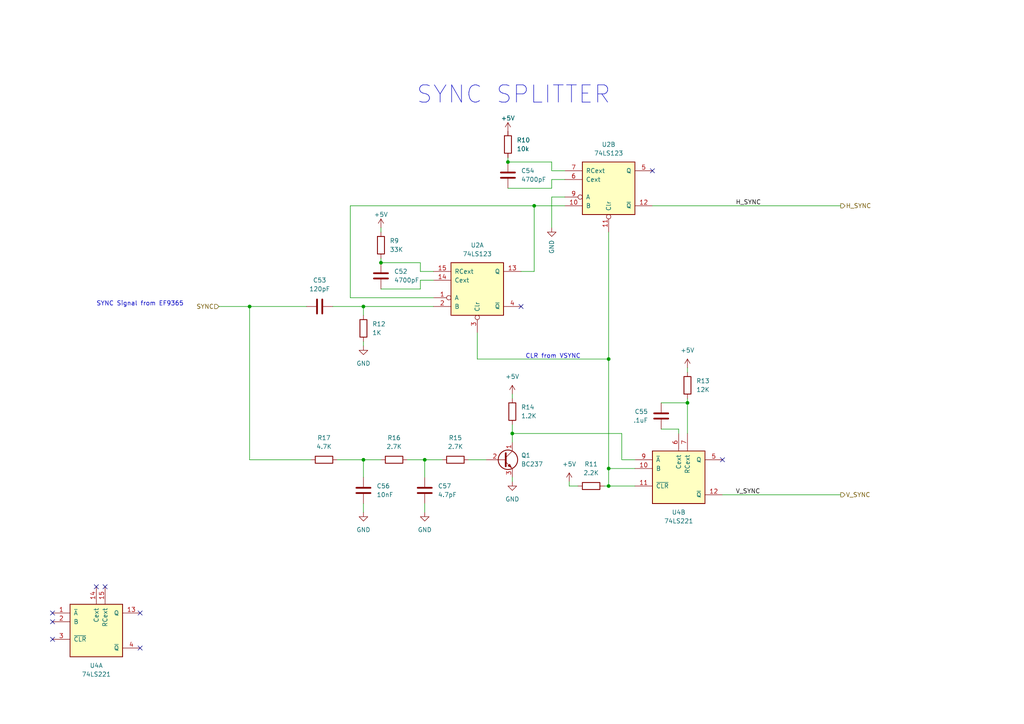
<source format=kicad_sch>
(kicad_sch (version 20230121) (generator eeschema)
  (paper "A4")
  (title_block (title "LOW SPEED GRAPHIK") (date "2022-03-13") (rev "V001") (comment 1 "reverse-engineered in 2022") (comment 2 "creativecommons.org/licenses/by/4.0/") (comment 3 "License: CC BY 4.0") (comment 4 "Author: InsaneDruid"))
  (lib_symbols
    (symbol "74xx:74LS123" (pin_names (offset 1.016))
      (property "Reference" "U" (at -7.62 8.89 0))
      (property "Value" "74LS123" (at -7.62 -8.89 0))
      (symbol "74LS123_1_0"
        (pin input inverted (at -12.7 -2.54 0) (length 5.08) (name "A") (number "1"))
        (pin output line (at 12.7 5.08 180) (length 5.08) (name "Q") (number "13"))
        (pin input line (at -12.7 2.54 0) (length 5.08) (name "Cext") (number "14"))
        (pin input line (at -12.7 5.08 0) (length 5.08) (name "RCext") (number "15"))
        (pin input line (at -12.7 -5.08 0) (length 5.08) (name "B") (number "2"))
        (pin input inverted (at 0 -12.7 90) (length 5.08) (name "Clr") (number "3"))
        (pin output line (at 12.7 -5.08 180) (length 5.08) (name "~{Q}") (number "4"))
      )
      (symbol "74LS123_1_1"
        (rectangle (start -7.62 7.62) (end 7.62 -7.62) (stroke (width 0.254)) (fill (type background)))
      )
      (symbol "74LS123_2_0"
        (pin input line (at -12.7 -5.08 0) (length 5.08) (name "B") (number "10"))
        (pin input inverted (at 0 -12.7 90) (length 5.08) (name "Clr") (number "11"))
        (pin output line (at 12.7 -5.08 180) (length 5.08) (name "~{Q}") (number "12"))
        (pin output line (at 12.7 5.08 180) (length 5.08) (name "Q") (number "5"))
        (pin input line (at -12.7 2.54 0) (length 5.08) (name "Cext") (number "6"))
        (pin input line (at -12.7 5.08 0) (length 5.08) (name "RCext") (number "7"))
        (pin input inverted (at -12.7 -2.54 0) (length 5.08) (name "A") (number "9"))
      )
      (symbol "74LS123_2_1"
        (rectangle (start -7.62 7.62) (end 7.62 -7.62) (stroke (width 0.254)) (fill (type background)))
      )
      (symbol "74LS123_3_0"
        (pin power_in line (at 0 12.7 270) (length 5.08) (name "VCC") (number "16"))
        (pin power_in line (at 0 -12.7 90) (length 5.08) (name "GND") (number "8"))
      )
      (symbol "74LS123_3_1"
        (rectangle (start -5.08 7.62) (end 5.08 -7.62) (stroke (width 0.254)) (fill (type background)))
      )
    )
    (symbol "74xx:74LS221" (pin_names (offset 1.016))
      (property "Reference" "U" (at -7.62 8.89 0))
      (property "Value" "74LS221" (at -7.62 -8.89 0))
      (symbol "74LS221_1_0"
        (pin input line (at -12.7 5.08 0) (length 5.08) (name "~{A}") (number "1"))
        (pin output line (at 12.7 5.08 180) (length 5.08) (name "Q") (number "13"))
        (pin input line (at 0 12.7 270) (length 5.08) (name "Cext") (number "14"))
        (pin input line (at 2.54 12.7 270) (length 5.08) (name "RCext") (number "15"))
        (pin input line (at -12.7 2.54 0) (length 5.08) (name "B") (number "2"))
        (pin input line (at -12.7 -2.54 0) (length 5.08) (name "~{CLR}") (number "3"))
        (pin output line (at 12.7 -5.08 180) (length 5.08) (name "~{Q}") (number "4"))
      )
      (symbol "74LS221_1_1"
        (rectangle (start -7.62 7.62) (end 7.62 -7.62) (stroke (width 0.254)) (fill (type background)))
      )
      (symbol "74LS221_2_0"
        (pin input line (at -12.7 2.54 0) (length 5.08) (name "B") (number "10"))
        (pin input line (at -12.7 -2.54 0) (length 5.08) (name "~{CLR}") (number "11"))
        (pin output line (at 12.7 -5.08 180) (length 5.08) (name "~{Q}") (number "12"))
        (pin output line (at 12.7 5.08 180) (length 5.08) (name "Q") (number "5"))
        (pin input line (at 0 12.7 270) (length 5.08) (name "Cext") (number "6"))
        (pin input line (at 2.54 12.7 270) (length 5.08) (name "RCext") (number "7"))
        (pin input line (at -12.7 5.08 0) (length 5.08) (name "~{A}") (number "9"))
      )
      (symbol "74LS221_2_1"
        (rectangle (start -7.62 7.62) (end 7.62 -7.62) (stroke (width 0.254)) (fill (type background)))
      )
      (symbol "74LS221_3_0"
        (pin power_in line (at 0 12.7 270) (length 5.08) (name "VCC") (number "16"))
        (pin power_in line (at 0 -12.7 90) (length 5.08) (name "GND") (number "8"))
      )
      (symbol "74LS221_3_1"
        (rectangle (start -5.08 7.62) (end 5.08 -7.62) (stroke (width 0.254)) (fill (type background)))
      )
    )
    (symbol "Device:C" (pin_numbers hide) (pin_names (offset 0.254))
      (property "Reference" "C" (at 0.635 2.54 0))
      (property "Value" "C" (at 0.635 -2.54 0))
      (symbol "C_0_1"
        (polyline (pts (xy -2.032 -0.762) (xy 2.032 -0.762)) (stroke (width 0.508)))
        (polyline (pts (xy -2.032 0.762) (xy 2.032 0.762)) (stroke (width 0.508)))
      )
      (symbol "C_1_1"
        (pin passive line (at 0 3.81 270) (length 2.794) (name "~") (number "1"))
        (pin passive line (at 0 -3.81 90) (length 2.794) (name "~") (number "2"))
      )
    )
    (symbol "Device:R" (pin_numbers hide) (pin_names (offset 0))
      (property "Reference" "R" (at 2.032 0 90))
      (property "Value" "R" (at 0 0 90))
      (symbol "R_0_1"
        (rectangle (start -1.016 -2.54) (end 1.016 2.54) (stroke (width 0.254)))
      )
      (symbol "R_1_1"
        (pin passive line (at 0 3.81 270) (length 1.27) (name "~") (number "1"))
        (pin passive line (at 0 -3.81 90) (length 1.27) (name "~") (number "2"))
      )
    )
    (symbol "Transistor_BJT:BC237" (pin_names (offset 0) hide)
      (property "Reference" "Q" (at 5.08 1.905 0))
      (property "Value" "BC237" (at 5.08 0 0))
      (symbol "BC237_0_1"
        (polyline (pts (xy 0 0) (xy 0.635 0)))
        (polyline (pts (xy 0.635 0.635) (xy 2.54 2.54)))
        (polyline (pts (xy 0.635 -0.635) (xy 2.54 -2.54) (xy 2.54 -2.54)))
        (polyline (pts (xy 0.635 1.905) (xy 0.635 -1.905) (xy 0.635 -1.905)) (stroke (width 0.508)))
        (polyline (pts (xy 1.27 -1.778) (xy 1.778 -1.27) (xy 2.286 -2.286) (xy 1.27 -1.778) (xy 1.27 -1.778)) (fill (type outline)))
        (circle (center 1.27 0) (radius 2.8194) (stroke (width 0.254)))
      )
      (symbol "BC237_1_1"
        (pin passive line (at 2.54 5.08 270) (length 2.54) (name "C") (number "1"))
        (pin input line (at -5.08 0 0) (length 5.08) (name "B") (number "2"))
        (pin passive line (at 2.54 -5.08 90) (length 2.54) (name "E") (number "3"))
      )
    )
    (symbol "power:+5V" (power) (pin_names (offset 0))
      (property "Value" "+5V" (at 0 3.556 0))
      (symbol "+5V_0_1"
        (polyline (pts (xy -0.762 1.27) (xy 0 2.54)))
        (polyline (pts (xy 0 0) (xy 0 2.54)))
        (polyline (pts (xy 0 2.54) (xy 0.762 1.27)))
      )
      (symbol "+5V_1_1"
        (pin power_in line (at 0 0 90) (length 0) hide (name "+5V") (number "1"))
      )
    )
    (symbol "power:GND" (power) (pin_names (offset 0))
      (property "Value" "GND" (at 0 -3.81 0))
      (symbol "GND_0_1"
        (polyline (pts (xy 0 0) (xy 0 -1.27) (xy 1.27 -1.27) (xy 0 -2.54) (xy -1.27 -1.27) (xy 0 -1.27)))
      )
      (symbol "GND_1_1"
        (pin power_in line (at 0 0 270) (length 0) hide (name "GND") (number "1"))
      )
    )
  )
  (junction (at 105.41 133.35))
  (junction (at 154.94 59.69))
  (junction (at 176.53 104.14))
  (junction (at 72.39 88.9))
  (junction (at 176.53 140.97))
  (junction (at 105.41 88.9))
  (junction (at 148.59 125.73))
  (junction (at 147.32 46.99))
  (junction (at 176.53 135.89))
  (junction (at 199.39 116.84))
  (junction (at 123.19 133.35))
  (junction (at 110.49 76.2))
  (no_connect (at 209.55 133.35))
  (no_connect (at 189.23 49.53))
  (no_connect (at 151.13 88.9))
  (no_connect (at 15.24 177.8))
  (no_connect (at 15.24 180.34))
  (no_connect (at 27.94 170.18))
  (no_connect (at 40.64 177.8))
  (no_connect (at 30.48 170.18))
  (no_connect (at 40.64 187.96))
  (no_connect (at 15.24 185.42))
  (wire (pts (xy 72.39 88.9) (xy 88.9 88.9)))
  (wire (pts (xy 147.32 46.99) (xy 160.02 46.99)))
  (wire (pts (xy 147.32 54.61) (xy 160.02 54.61)))
  (wire (pts (xy 154.94 78.74) (xy 151.13 78.74)))
  (wire (pts (xy 101.6 59.69) (xy 154.94 59.69)))
  (wire (pts (xy 123.19 146.05) (xy 123.19 148.59)))
  (wire (pts (xy 123.19 133.35) (xy 128.27 133.35)))
  (wire (pts (xy 121.92 83.82) (xy 121.92 81.28)))
  (wire (pts (xy 148.59 138.43) (xy 148.59 139.7)))
  (wire (pts (xy 105.41 133.35) (xy 105.41 138.43)))
  (wire (pts (xy 176.53 140.97) (xy 184.15 140.97)))
  (wire (pts (xy 105.41 88.9) (xy 125.73 88.9)))
  (wire (pts (xy 160.02 52.07) (xy 160.02 54.61)))
  (wire (pts (xy 110.49 66.04) (xy 110.49 67.31)))
  (wire (pts (xy 154.94 59.69) (xy 154.94 78.74)))
  (wire (pts (xy 160.02 57.15) (xy 160.02 66.04)))
  (wire (pts (xy 101.6 86.36) (xy 125.73 86.36)))
  (wire (pts (xy 125.73 78.74) (xy 121.92 78.74)))
  (wire (pts (xy 176.53 135.89) (xy 176.53 140.97)))
  (wire (pts (xy 110.49 74.93) (xy 110.49 76.2)))
  (wire (pts (xy 199.39 115.57) (xy 199.39 116.84)))
  (wire (pts (xy 180.34 133.35) (xy 184.15 133.35)))
  (wire (pts (xy 121.92 76.2) (xy 110.49 76.2)))
  (wire (pts (xy 148.59 128.27) (xy 148.59 125.73)))
  (wire (pts (xy 138.43 96.52) (xy 138.43 104.14)))
  (wire (pts (xy 63.5 88.9) (xy 72.39 88.9)))
  (wire (pts (xy 148.59 125.73) (xy 180.34 125.73)))
  (wire (pts (xy 138.43 104.14) (xy 176.53 104.14)))
  (wire (pts (xy 175.26 140.97) (xy 176.53 140.97)))
  (wire (pts (xy 118.11 133.35) (xy 123.19 133.35)))
  (wire (pts (xy 160.02 49.53) (xy 163.83 49.53)))
  (wire (pts (xy 121.92 81.28) (xy 125.73 81.28)))
  (wire (pts (xy 148.59 123.19) (xy 148.59 125.73)))
  (wire (pts (xy 105.41 146.05) (xy 105.41 148.59)))
  (wire (pts (xy 105.41 133.35) (xy 110.49 133.35)))
  (wire (pts (xy 176.53 135.89) (xy 184.15 135.89)))
  (wire (pts (xy 191.77 116.84) (xy 199.39 116.84)))
  (wire (pts (xy 97.79 133.35) (xy 105.41 133.35)))
  (wire (pts (xy 101.6 86.36) (xy 101.6 59.69)))
  (wire (pts (xy 196.85 124.46) (xy 196.85 125.73)))
  (wire (pts (xy 72.39 88.9) (xy 72.39 133.35)))
  (wire (pts (xy 147.32 45.72) (xy 147.32 46.99)))
  (wire (pts (xy 160.02 52.07) (xy 163.83 52.07)))
  (wire (pts (xy 105.41 99.06) (xy 105.41 100.33)))
  (wire (pts (xy 189.23 59.69) (xy 243.84 59.69)))
  (wire (pts (xy 180.34 125.73) (xy 180.34 133.35)))
  (wire (pts (xy 105.41 88.9) (xy 105.41 91.44)))
  (wire (pts (xy 110.49 83.82) (xy 121.92 83.82)))
  (wire (pts (xy 154.94 59.69) (xy 163.83 59.69)))
  (wire (pts (xy 121.92 78.74) (xy 121.92 76.2)))
  (wire (pts (xy 199.39 116.84) (xy 199.39 125.73)))
  (wire (pts (xy 176.53 67.31) (xy 176.53 104.14)))
  (wire (pts (xy 160.02 46.99) (xy 160.02 49.53)))
  (wire (pts (xy 148.59 114.3) (xy 148.59 115.57)))
  (wire (pts (xy 123.19 133.35) (xy 123.19 138.43)))
  (wire (pts (xy 191.77 124.46) (xy 196.85 124.46)))
  (wire (pts (xy 209.55 143.51) (xy 243.84 143.51)))
  (wire (pts (xy 199.39 106.68) (xy 199.39 107.95)))
  (wire (pts (xy 96.52 88.9) (xy 105.41 88.9)))
  (wire (pts (xy 165.1 139.7) (xy 165.1 140.97)))
  (wire (pts (xy 176.53 104.14) (xy 176.53 135.89)))
  (wire (pts (xy 135.89 133.35) (xy 140.97 133.35)))
  (wire (pts (xy 160.02 57.15) (xy 163.83 57.15)))
  (wire (pts (xy 72.39 133.35) (xy 90.17 133.35)))
  (wire (pts (xy 165.1 140.97) (xy 167.64 140.97)))
  (text "SYNC Signal from EF9365" (at 27.94 88.9 0) (effects (font (size 1.27 1.27)) (justify left bottom)))
  (text "SYNC SPLITTER" (at 120.65 30.48 0) (effects (font (size 5 5)) (justify left bottom)))
  (text "CLR from VSYNC\n" (at 152.4 104.14 0) (effects (font (size 1.27 1.27)) (justify left bottom)))
  (label "V_SYNC" (at 213.36 143.51 0))
  (label "H_SYNC" (at 213.36 59.69 0))
  (hierarchical_label "V_SYNC" (shape output) (at 243.84 143.51 0))
  (hierarchical_label "H_SYNC" (shape output) (at 243.84 59.69 0))
  (hierarchical_label "SYNC" (shape input) (at 63.5 88.9 180))
  (symbol (lib_id "Device:R") (at 114.3 133.35 90) (unit 1)
    (property "Reference" "R16" (at 114.3 127 90))
    (property "Value" "2.7K" (at 114.3 129.54 90))
    (property "Footprint" "lsg_lib_fp:R_Axial_DIN0309_L9.0mm_D222.2mm_P12.70mm_Horizontal" (effects hide))
  )
  (symbol (lib_id "Device:R") (at 110.49 71.12 0) (unit 1)
    (property "Reference" "R9" (at 113.03 69.8499 0) (effects (justify left)))
    (property "Value" "33K" (at 113.03 72.3899 0) (effects (justify left)))
    (property "Footprint" "lsg_lib_fp:R_Axial_DIN0309_L9.0mm_D222.2mm_P12.70mm_Horizontal" (effects hide))
  )
  (symbol (lib_id "power:GND") (at 148.59 139.7 0) (unit 1)
    (property "Reference" "#PWR0198" (effects hide))
    (property "Value" "GND" (at 148.59 144.78 0))
  )
  (symbol (lib_id "Device:C") (at 147.32 50.8 0) (mirror y) (unit 1)
    (property "Reference" "C54" (at 151.13 49.5299 0) (effects (justify right)))
    (property "Value" "4700pF" (at 151.13 52.0699 0) (effects (justify right)))
    (property "Footprint" "lsg_lib_fp:C_Rect_L7.0mm_W2.5mm_P5.08mm" (effects hide))
  )
  (symbol (lib_id "74xx:74LS123") (at 176.53 54.61 0) (unit 2)
    (property "Reference" "U2" (at 176.53 41.91 0))
    (property "Value" "74LS123" (at 176.53 44.45 0))
    (property "Footprint" "lsg_lib_fp:DIP-16_W7.62mm" (effects hide))
    (property "Datasheet" "http://www.ti.com/lit/gpn/sn74LS123" (effects hide))
  )
  (symbol (lib_id "Device:C") (at 191.77 120.65 0) (mirror x) (unit 1)
    (property "Reference" "C55" (at 187.96 119.3799 0) (effects (justify right)))
    (property "Value" ".1uF" (at 187.96 121.9199 0) (effects (justify right)))
    (property "Footprint" "lsg_lib_fp:C_Rect_L7.0mm_W2.5mm_P5.08mm" (effects hide))
  )
  (symbol (lib_id "power:GND") (at 123.19 148.59 0) (unit 1)
    (property "Reference" "#PWR0202" (effects hide))
    (property "Value" "GND" (at 123.19 153.67 0))
  )
  (symbol (lib_id "Device:C") (at 110.49 80.01 0) (unit 1)
    (property "Reference" "C52" (at 114.3 78.7399 0) (effects (justify left)))
    (property "Value" "4700pF" (at 114.3 81.2799 0) (effects (justify left)))
    (property "Footprint" "lsg_lib_fp:C_Rect_L7.0mm_W2.5mm_P5.08mm" (effects hide))
  )
  (symbol (lib_id "74xx:74LS221") (at 196.85 138.43 0) (unit 2)
    (property "Reference" "U4" (at 196.85 148.59 0))
    (property "Value" "74LS221" (at 196.85 151.13 0))
    (property "Footprint" "lsg_lib_fp:DIP-16_W7.62mm" (effects hide))
    (property "Datasheet" "http://www.ti.com/lit/gpn/sn74LS221" (effects hide))
  )
  (symbol (lib_id "Device:R") (at 148.59 119.38 0) (unit 1)
    (property "Reference" "R14" (at 151.13 118.1099 0) (effects (justify left)))
    (property "Value" "1.2K" (at 151.13 120.6499 0) (effects (justify left)))
    (property "Footprint" "lsg_lib_fp:R_Axial_DIN0309_L9.0mm_D222.2mm_P12.70mm_Horizontal" (effects hide))
  )
  (symbol (lib_id "power:+5V") (at 199.39 106.68 0) (mirror y) (unit 1)
    (property "Reference" "#PWR0197" (effects hide))
    (property "Value" "+5V" (at 199.39 101.6 0))
  )
  (symbol (lib_id "Device:C") (at 92.71 88.9 90) (unit 1)
    (property "Reference" "C53" (at 92.71 81.28 90))
    (property "Value" "120pF" (at 92.71 83.82 90))
    (property "Footprint" "lsg_lib_fp:C_Rect_L7.0mm_W2.5mm_P5.08mm" (effects hide))
  )
  (symbol (lib_id "power:+5V") (at 148.59 114.3 0) (unit 1)
    (property "Reference" "#PWR0194" (effects hide))
    (property "Value" "+5V" (at 148.59 109.22 0))
  )
  (symbol (lib_id "Device:C") (at 123.19 142.24 0) (unit 1)
    (property "Reference" "C57" (at 127 140.9699 0) (effects (justify left)))
    (property "Value" "4.7pF" (at 127 143.5099 0) (effects (justify left)))
    (property "Footprint" "lsg_lib_fp:C_Rect_L4.0mm_W2.5mm_P2.54mm" (effects hide))
  )
  (symbol (lib_id "power:+5V") (at 165.1 139.7 0) (unit 1)
    (property "Reference" "#PWR0196" (effects hide))
    (property "Value" "+5V" (at 165.1 134.62 0))
  )
  (symbol (lib_id "power:+5V") (at 147.32 38.1 0) (unit 1)
    (property "Reference" "#PWR0200" (effects hide))
    (property "Value" "+5V" (at 147.32 34.29 0))
  )
  (symbol (lib_id "74xx:74LS221") (at 27.94 182.88 0) (unit 1)
    (property "Reference" "U4" (at 27.94 193.04 0))
    (property "Value" "74LS221" (at 27.94 195.58 0))
    (property "Footprint" "lsg_lib_fp:DIP-16_W7.62mm" (effects hide))
    (property "Datasheet" "http://www.ti.com/lit/gpn/sn74LS221" (effects hide))
  )
  (symbol (lib_id "Device:R") (at 171.45 140.97 90) (unit 1)
    (property "Reference" "R11" (at 171.45 134.62 90))
    (property "Value" "2.2K" (at 171.45 137.16 90))
    (property "Footprint" "lsg_lib_fp:R_Axial_DIN0309_L9.0mm_D222.2mm_P12.70mm_Horizontal" (effects hide))
  )
  (symbol (lib_id "power:GND") (at 160.02 66.04 0) (unit 1)
    (property "Reference" "#PWR055" (effects hide))
    (property "Value" "GND" (at 160.02 73.66 90) (effects (justify left)))
  )
  (symbol (lib_id "Device:R") (at 93.98 133.35 90) (unit 1)
    (property "Reference" "R17" (at 93.98 127 90))
    (property "Value" "4.7K" (at 93.98 129.54 90))
    (property "Footprint" "lsg_lib_fp:R_Axial_DIN0309_L9.0mm_D222.2mm_P12.70mm_Horizontal" (effects hide))
  )
  (symbol (lib_id "Device:R") (at 199.39 111.76 0) (mirror y) (unit 1)
    (property "Reference" "R13" (at 201.93 110.4899 0) (effects (justify right)))
    (property "Value" "12K" (at 201.93 113.0299 0) (effects (justify right)))
    (property "Footprint" "lsg_lib_fp:R_Axial_DIN0309_L9.0mm_D222.2mm_P12.70mm_Horizontal" (effects hide))
  )
  (symbol (lib_id "74xx:74LS123") (at 138.43 83.82 0) (unit 1)
    (property "Reference" "U2" (at 138.43 71.12 0))
    (property "Value" "74LS123" (at 138.43 73.66 0))
    (property "Footprint" "lsg_lib_fp:DIP-16_W7.62mm" (effects hide))
    (property "Datasheet" "http://www.ti.com/lit/gpn/sn74LS123" (effects hide))
  )
  (symbol (lib_id "Device:C") (at 105.41 142.24 180) (unit 1)
    (property "Reference" "C56" (at 109.22 140.9699 0) (effects (justify right)))
    (property "Value" "10nF" (at 109.22 143.5099 0) (effects (justify right)))
    (property "Footprint" "lsg_lib_fp:C_Rect_L7.0mm_W2.5mm_P5.08mm" (effects hide))
  )
  (symbol (lib_id "Device:R") (at 132.08 133.35 90) (unit 1)
    (property "Reference" "R15" (at 132.08 127 90))
    (property "Value" "2.7K" (at 132.08 129.54 90))
    (property "Footprint" "lsg_lib_fp:R_Axial_DIN0309_L9.0mm_D222.2mm_P12.70mm_Horizontal" (effects hide))
  )
  (symbol (lib_id "power:GND") (at 105.41 100.33 0) (unit 1)
    (property "Reference" "#PWR0201" (effects hide))
    (property "Value" "GND" (at 105.41 105.41 0))
  )
  (symbol (lib_id "power:GND") (at 105.41 148.59 0) (unit 1)
    (property "Reference" "#PWR0199" (effects hide))
    (property "Value" "GND" (at 105.41 153.67 0))
  )
  (symbol (lib_id "Device:R") (at 147.32 41.91 180) (unit 1)
    (property "Reference" "R10" (at 149.86 40.6399 0) (effects (justify right)))
    (property "Value" "10k" (at 149.86 43.1799 0) (effects (justify right)))
    (property "Footprint" "lsg_lib_fp:R_Axial_DIN0309_L9.0mm_D222.2mm_P12.70mm_Horizontal" (effects hide))
  )
  (symbol (lib_id "power:+5V") (at 110.49 66.04 0) (unit 1)
    (property "Reference" "#PWR0192" (effects hide))
    (property "Value" "+5V" (at 110.49 62.23 0))
  )
  (symbol (lib_id "Transistor_BJT:BC237") (at 146.05 133.35 0) (unit 1)
    (property "Reference" "Q1" (at 151.13 132.0799 0) (effects (justify left)))
    (property "Value" "BC237" (at 151.13 134.6199 0) (effects (justify left)))
    (property "Footprint" "lsg_lib_fp:TO-92" (effects hide))
    (property "Datasheet" "http://www.onsemi.com/pub_link/Collateral/BC237-D.PDF" (effects hide))
  )
  (symbol (lib_id "Device:R") (at 105.41 95.25 0) (unit 1)
    (property "Reference" "R12" (at 107.95 93.9799 0) (effects (justify left)))
    (property "Value" "1K" (at 107.95 96.5199 0) (effects (justify left)))
    (property "Footprint" "lsg_lib_fp:R_Axial_DIN0309_L9.0mm_D222.2mm_P12.70mm_Horizontal" (effects hide))
  )
)
</source>
